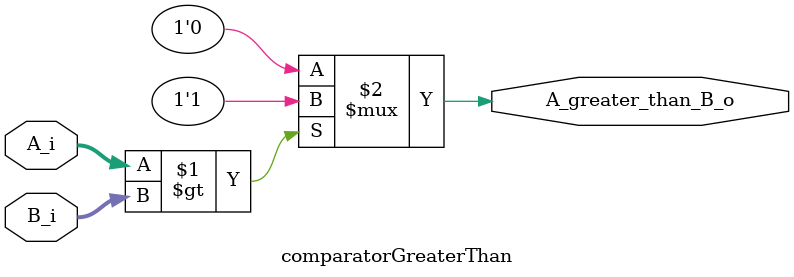
<source format=v>
/*	
   ===================================================================
   Module Name  : Comparator Greater Than
      
   Filename     : comparatorGreaterThan.v
   Type         : Verilog Module
   
   Description  : This block compares two unsigned binary numbers.
                  A_greater_than_B_o output values:
                  
                  Value   Condition
                  
                  1'b1     A_i > B_i                  
                  1'b0     otherwise
                  
   -----------------------------------------------------------------------------
   Clocks      : -
   Reset       : -
   Parameters  :   
         NAME                         Comments                   Default
         ------------------------------------------------------------------------------
         DATA_WIDTH              Number of data bits                13 
         ------------------------------------------------------------------------------
   Version     : 1.0
   Data        : 14 Nov 2018
   Revision    : -
   Reviser     : -		
   ------------------------------------------------------------------------------
      Modification Log "please register all the modifications in this area"
      (D/M/Y)  
      
   ----------------------
   // Instance template
   ----------------------
   comparatorGreaterThan 
   #(
      .DATA_WIDTH   (),
   )
   "MODULE_NAME"
   (
      A_i            (),
      B_i            (), 
      A_greater_than_B_o()
   );
*/

module comparatorGreaterThan
#(
   parameter DATA_WIDTH = 13
)(
	input [DATA_WIDTH-1:0] A_i,
	input [DATA_WIDTH-1:0] B_i, 
	output                 A_greater_than_B_o
);

assign A_greater_than_B_o = ( A_i > B_i ) ? 1'b1 :  1'b0;

endmodule

</source>
